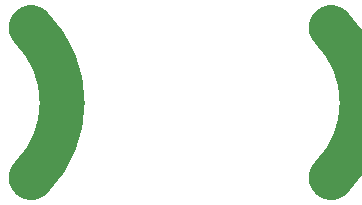
<source format=gbr>
%FSLAX34Y34*%
%MOIN*%
%ADD10C,0.15*%
D10*
G75*
X-2500Y-2500D02*
G03*
X-2500Y2500I-2500J2500D01*
X7500Y2500D02*
G02*
X7500Y-2500I-2500J-2500D01*
M02*

</source>
